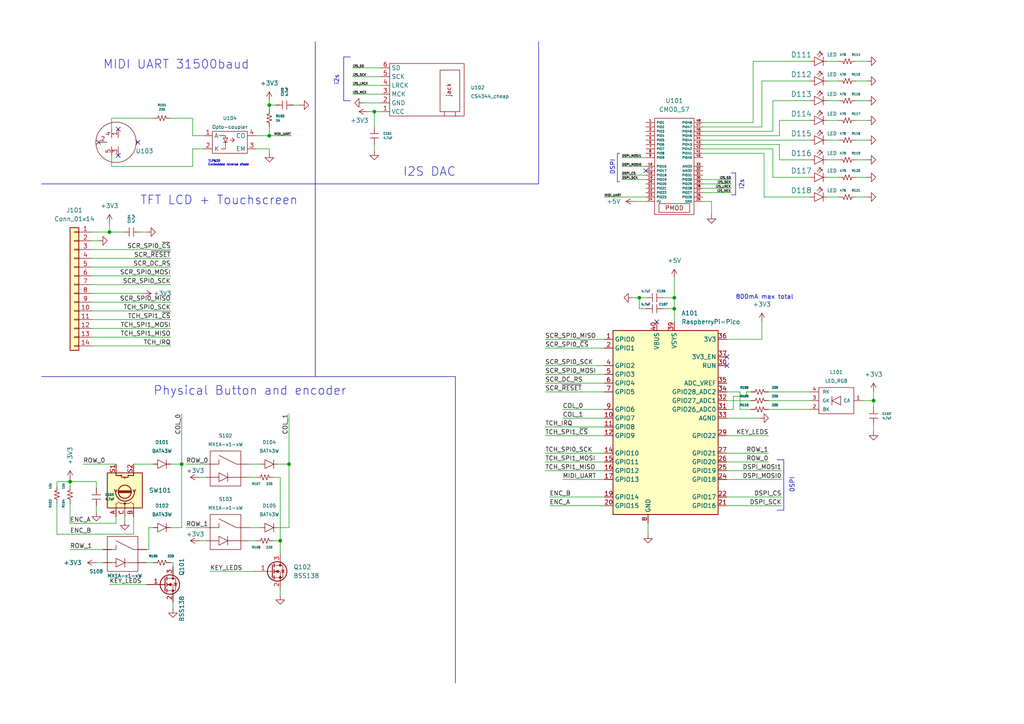
<source format=kicad_sch>
(kicad_sch (version 20230121) (generator eeschema)
  (paper "A4")
  (lib_symbols
    (symbol "CS4344_module:CS4344_cheap"
      (property "Reference" "U" (at 0 8.89 0))
      (property "Value" "CS4344_cheap" (at 0 11.43 0))
      (symbol "CS4344_cheap_0_0"
        (text "jack" (at 15.24 0 900) (effects (font (size 1.27 1.27))))
      )
      (symbol "CS4344_cheap_1_1"
        (pin power_in line (at -4.445 -6.35 0) (length 2.54) (name "VCC") (number "1"))
        (pin power_in line (at -4.445 -3.81 0) (length 2.54) (name "GND") (number "2"))
        (pin input line (at -4.445 -1.27 0) (length 2.54) (name "MCK") (number "3"))
        (pin input line (at -4.445 1.27 0) (length 2.54) (name "LRCK") (number "4"))
        (pin input line (at -4.445 3.81 0) (length 2.54) (name "SCK") (number "5"))
        (pin input line (at -4.445 6.35 0) (length 2.54) (name "SD") (number "6"))
      )
    )
    (symbol "Cherry_MX:MX1A-x1-xW" (pin_numbers hide) (pin_names (offset 1.016) hide)
      (property "Reference" "S" (at 0 7.62 0))
      (property "Value" "MX1A-x1-xW" (at 0 10.16 0))
      (symbol "MX1A-x1-xW_1_1"
        (pin passive line (at -6.35 2.54 0) (length 2.54) (name "1") (number "1"))
        (pin passive line (at 6.35 2.54 180) (length 2.54) (name "2") (number "2"))
        (pin passive line (at -6.35 -1.27 0) (length 2.54) (name "3") (number "3"))
        (pin passive line (at 6.35 -1.27 180) (length 2.54) (name "4") (number "4"))
      )
    )
    (symbol "Connector_Generic:Conn_01x14" (pin_names (offset 1.016) hide)
      (property "Reference" "J" (at 0 17.78 0))
      (property "Value" "Conn_01x14" (at 0 -20.32 0))
      (symbol "Conn_01x14_1_1"
        (pin passive line (at -5.08 15.24 0) (length 3.81) (name "Pin_1") (number "1"))
        (pin passive line (at -5.08 -7.62 0) (length 3.81) (name "Pin_10") (number "10"))
        (pin passive line (at -5.08 -10.16 0) (length 3.81) (name "Pin_11") (number "11"))
        (pin passive line (at -5.08 -12.7 0) (length 3.81) (name "Pin_12") (number "12"))
        (pin passive line (at -5.08 -15.24 0) (length 3.81) (name "Pin_13") (number "13"))
        (pin passive line (at -5.08 -17.78 0) (length 3.81) (name "Pin_14") (number "14"))
        (pin passive line (at -5.08 12.7 0) (length 3.81) (name "Pin_2") (number "2"))
        (pin passive line (at -5.08 10.16 0) (length 3.81) (name "Pin_3") (number "3"))
        (pin passive line (at -5.08 7.62 0) (length 3.81) (name "Pin_4") (number "4"))
        (pin passive line (at -5.08 5.08 0) (length 3.81) (name "Pin_5") (number "5"))
        (pin passive line (at -5.08 2.54 0) (length 3.81) (name "Pin_6") (number "6"))
        (pin passive line (at -5.08 0 0) (length 3.81) (name "Pin_7") (number "7"))
        (pin passive line (at -5.08 -2.54 0) (length 3.81) (name "Pin_8") (number "8"))
        (pin passive line (at -5.08 -5.08 0) (length 3.81) (name "Pin_9") (number "9"))
      )
    )
    (symbol "Device:RotaryEncoder_Switch" (pin_names (offset 0.254) hide)
      (property "Reference" "SW" (at 0 6.604 0))
      (property "Value" "RotaryEncoder_Switch" (at 0 -6.604 0))
      (symbol "RotaryEncoder_Switch_1_1"
        (pin passive line (at -7.62 2.54 0) (length 2.54) (name "A") (number "A"))
        (pin passive line (at -7.62 -2.54 0) (length 2.54) (name "B") (number "B"))
        (pin passive line (at -7.62 0 0) (length 2.54) (name "C") (number "C"))
        (pin passive line (at 7.62 2.54 180) (length 2.54) (name "S1") (number "S1"))
        (pin passive line (at 7.62 -2.54 180) (length 2.54) (name "S2") (number "S2"))
      )
    )
    (symbol "Digilent_CMOD:CMOD_S7"
      (property "Reference" "U" (at 0 0 0))
      (property "Value" "CMOD_S7" (at 0 13.97 0))
      (symbol "CMOD_S7_0_0"
        (text "PMOD" (at 0 -13.335 0) (effects (font (size 1.27 1.27))))
      )
      (symbol "CMOD_S7_1_1"
        (pin bidirectional line (at -8.255 11.43 0) (length 2.54) (name "PIO1") (number "1"))
        (pin bidirectional line (at -8.255 -1.27 0) (length 2.54) (name "PIO16") (number "16"))
        (pin bidirectional line (at -8.255 -2.54 0) (length 2.54) (name "PIO17") (number "17"))
        (pin bidirectional line (at -8.255 -3.81 0) (length 2.54) (name "PIO18") (number "18"))
        (pin bidirectional line (at -8.255 -5.08 0) (length 2.54) (name "PIO19") (number "19"))
        (pin bidirectional line (at -8.255 10.16 0) (length 2.54) (name "PIO2") (number "2"))
        (pin bidirectional line (at -8.255 -6.35 0) (length 2.54) (name "PIO20") (number "20"))
        (pin bidirectional line (at -8.255 -7.62 0) (length 2.54) (name "PIO21") (number "21"))
        (pin bidirectional line (at -8.255 -8.89 0) (length 2.54) (name "PIO22") (number "22"))
        (pin bidirectional line (at -8.255 -10.16 0) (length 2.54) (name "PIO23") (number "23"))
        (pin power_in line (at -8.255 -11.43 0) (length 2.54) (name "VU") (number "24"))
        (pin power_in line (at 8.255 -11.43 180) (length 2.54) (name "GND") (number "25"))
        (pin bidirectional line (at 8.255 -10.16 180) (length 2.54) (name "PIO26") (number "26"))
        (pin bidirectional line (at 8.255 -8.89 180) (length 2.54) (name "PIO27") (number "27"))
        (pin bidirectional line (at 8.255 -7.62 180) (length 2.54) (name "PIO28") (number "28"))
        (pin bidirectional line (at 8.255 -6.35 180) (length 2.54) (name "PIO29") (number "29"))
        (pin bidirectional line (at -8.255 8.89 0) (length 2.54) (name "PIO3") (number "3"))
        (pin bidirectional line (at 8.255 -5.08 180) (length 2.54) (name "PIO30") (number "30"))
        (pin bidirectional line (at 8.255 -3.81 180) (length 2.54) (name "PIO31") (number "31"))
        (pin input line (at 8.255 -2.54 180) (length 2.54) (name "AIN32") (number "32"))
        (pin input line (at 8.255 -1.27 180) (length 2.54) (name "AIN33") (number "33"))
        (pin bidirectional line (at -8.255 7.62 0) (length 2.54) (name "PIO4") (number "4"))
        (pin bidirectional line (at 8.255 1.27 180) (length 2.54) (name "PIO40") (number "40"))
        (pin bidirectional line (at 8.255 2.54 180) (length 2.54) (name "PIO41") (number "41"))
        (pin bidirectional line (at 8.255 3.81 180) (length 2.54) (name "PIO42") (number "42"))
        (pin bidirectional line (at 8.255 5.08 180) (length 2.54) (name "PIO43") (number "43"))
        (pin bidirectional line (at 8.255 6.35 180) (length 2.54) (name "PIO44") (number "44"))
        (pin bidirectional line (at 8.255 7.62 180) (length 2.54) (name "PIO45") (number "45"))
        (pin bidirectional line (at 8.255 8.89 180) (length 2.54) (name "PIO46") (number "46"))
        (pin bidirectional line (at 8.255 10.16 180) (length 2.54) (name "PIO47") (number "47"))
        (pin bidirectional line (at 8.255 11.43 180) (length 2.54) (name "PIO48") (number "48"))
        (pin bidirectional line (at -8.255 6.35 0) (length 2.54) (name "PIO5") (number "5"))
        (pin bidirectional line (at -8.255 5.08 0) (length 2.54) (name "PIO6") (number "6"))
        (pin bidirectional line (at -8.255 3.81 0) (length 2.54) (name "PIO7") (number "7"))
        (pin bidirectional line (at -8.255 2.54 0) (length 2.54) (name "PIO8") (number "8"))
        (pin bidirectional line (at -8.255 1.27 0) (length 2.54) (name "PIO9") (number "9"))
      )
    )
    (symbol "MCU_Module:RaspberryPi-Pico"
      (property "Reference" "A" (at 0 17.78 0))
      (property "Value" "RaspberryPi-Pico" (at 2.54 15.24 0))
      (symbol "RaspberryPi-Pico_1_1"
        (pin bidirectional line (at -17.78 25.4 0) (length 2.54) (name "GPIO0") (number "1"))
        (pin bidirectional line (at -17.78 2.54 0) (length 2.54) (name "GPIO7") (number "10"))
        (pin bidirectional line (at -17.78 0 0) (length 2.54) (name "GPIO8") (number "11"))
        (pin bidirectional line (at -17.78 -2.54 0) (length 2.54) (name "GPIO9") (number "12"))
        (pin passive line (at -5.08 -27.94 90) (length 2.54) hide (name "GND") (number "13"))
        (pin bidirectional line (at -17.78 -7.62 0) (length 2.54) (name "GPIO10") (number "14"))
        (pin bidirectional line (at -17.78 -10.16 0) (length 2.54) (name "GPIO11") (number "15"))
        (pin bidirectional line (at -17.78 -12.7 0) (length 2.54) (name "GPIO12") (number "16"))
        (pin bidirectional line (at -17.78 -15.24 0) (length 2.54) (name "GPIO13") (number "17"))
        (pin passive line (at -5.08 -27.94 90) (length 2.54) hide (name "GND") (number "18"))
        (pin bidirectional line (at -17.78 -20.32 0) (length 2.54) (name "GPIO14") (number "19"))
        (pin bidirectional line (at -17.78 22.86 0) (length 2.54) (name "GPIO1") (number "2"))
        (pin bidirectional line (at -17.78 -22.86 0) (length 2.54) (name "GPIO15") (number "20"))
        (pin bidirectional line (at 17.78 -22.86 180) (length 2.54) (name "GPIO16") (number "21"))
        (pin bidirectional line (at 17.78 -20.32 180) (length 2.54) (name "GPIO17") (number "22"))
        (pin passive line (at -5.08 -27.94 90) (length 2.54) hide (name "GND") (number "23"))
        (pin bidirectional line (at 17.78 -15.24 180) (length 2.54) (name "GPIO18") (number "24"))
        (pin bidirectional line (at 17.78 -12.7 180) (length 2.54) (name "GPIO19") (number "25"))
        (pin bidirectional line (at 17.78 -10.16 180) (length 2.54) (name "GPIO20") (number "26"))
        (pin bidirectional line (at 17.78 -7.62 180) (length 2.54) (name "GPIO21") (number "27"))
        (pin passive line (at -5.08 -27.94 90) (length 2.54) hide (name "GND") (number "28"))
        (pin bidirectional line (at 17.78 -2.54 180) (length 2.54) (name "GPIO22") (number "29"))
        (pin passive line (at -5.08 -27.94 90) (length 2.54) hide (name "GND") (number "3"))
        (pin input line (at 17.78 17.78 180) (length 2.54) (name "RUN") (number "30"))
        (pin bidirectional line (at 17.78 5.08 180) (length 2.54) (name "GPIO26_ADC0") (number "31"))
        (pin bidirectional line (at 17.78 7.62 180) (length 2.54) (name "GPIO27_ADC1") (number "32"))
        (pin power_in line (at 17.78 2.54 180) (length 2.54) (name "AGND") (number "33"))
        (pin bidirectional line (at 17.78 10.16 180) (length 2.54) (name "GPIO28_ADC2") (number "34"))
        (pin power_in line (at 17.78 12.7 180) (length 2.54) (name "ADC_VREF") (number "35"))
        (pin power_out line (at 17.78 25.4 180) (length 2.54) (name "3V3") (number "36"))
        (pin input line (at 17.78 20.32 180) (length 2.54) (name "3V3_EN") (number "37"))
        (pin passive line (at -5.08 -27.94 90) (length 2.54) hide (name "GND") (number "38"))
        (pin power_out line (at 2.54 30.48 270) (length 2.54) (name "VSYS") (number "39"))
        (pin bidirectional line (at -17.78 17.78 0) (length 2.54) (name "GPIO2") (number "4"))
        (pin power_out line (at -2.54 30.48 270) (length 2.54) (name "VBUS") (number "40"))
        (pin bidirectional line (at -17.78 15.24 0) (length 2.54) (name "GPIO3") (number "5"))
        (pin bidirectional line (at -17.78 12.7 0) (length 2.54) (name "GPIO4") (number "6"))
        (pin bidirectional line (at -17.78 10.16 0) (length 2.54) (name "GPIO5") (number "7"))
        (pin power_in line (at -5.08 -27.94 90) (length 2.54) (name "GND") (number "8"))
        (pin bidirectional line (at -17.78 5.08 0) (length 2.54) (name "GPIO6") (number "9"))
      )
    )
    (symbol "NMOS:BSS138" (pin_names (offset 0) hide)
      (property "Reference" "Q" (at 5.08 1.905 0))
      (property "Value" "BSS138" (at 5.08 0 0))
      (symbol "BSS138_1_1"
        (pin input line (at -5.08 0 0) (length 5.334) (name "G") (number "1"))
        (pin passive line (at 2.54 -5.08 90) (length 2.54) (name "S") (number "2"))
        (pin passive line (at 2.54 5.08 270) (length 2.54) (name "D") (number "3"))
      )
    )
    (symbol "midi:Lumberg_0105_05" (pin_names hide)
      (property "Reference" "U" (at 0 11.43 0))
      (property "Value" "Lumberg_0105_05" (at 0 13.97 0))
      (symbol "Lumberg_0105_05_1_1"
        (pin passive line (at 0 6.35 270) (length 0.5) (name "66") (number ""))
        (pin passive line (at -3.81 0.635 0) (length 2.54) (name "1") (number "1"))
        (pin passive line (at 0 -5.08 90) (length 2.54) (name "2") (number "2"))
        (pin passive line (at 3.81 0.635 180) (length 2.54) (name "3") (number "3"))
        (pin passive line (at -3.81 -1.27 0) (length 2.54) (name "4") (number "4"))
        (pin passive line (at 3.81 -1.27 180) (length 2.54) (name "5") (number "5"))
      )
    )
    (symbol "passives:CAP_0805" (pin_numbers hide) (pin_names (offset 0) hide)
      (property "Reference" "C" (at 0 -2.54 0))
      (property "Value" "CAP_0805" (at 0 1.905 0))
      (symbol "CAP_0805_1_1"
        (pin passive line (at -2.54 0 0) (length 1.27) (name "~") (number "1"))
        (pin passive line (at 2.54 0 180) (length 1.27) (name "~") (number "2"))
      )
    )
    (symbol "passives:DIODE" (pin_numbers hide) (pin_names (offset 0) hide)
      (property "Reference" "D" (at 8.255 0 0))
      (property "Value" "DIODE" (at 2.54 -2.54 0))
      (symbol "DIODE_1_1"
        (pin input line (at -2.54 0 0) (length 1.27) (name "A") (number "A"))
        (pin input line (at 2.54 0 180) (length 1.27) (name "K") (number "K"))
      )
    )
    (symbol "passives:LED" (pin_numbers hide) (pin_names (offset 0) hide)
      (property "Reference" "D" (at 8.255 0 0))
      (property "Value" "LED" (at 2.54 -2.54 0))
      (symbol "LED_1_1"
        (pin input line (at -2.54 0 0) (length 1.27) (name "A") (number "A"))
        (pin input line (at 2.54 0 180) (length 1.27) (name "K") (number "K"))
      )
    )
    (symbol "passives:LED_RGB" (pin_names (offset 1.016))
      (property "Reference" "L" (at 0 5.08 0))
      (property "Value" "LED_RGB" (at 0 6.35 0))
      (symbol "LED_RGB_1_1"
        (pin input line (at -7.62 0 0) (length 2.54) (name "CA") (number "1"))
        (pin input line (at 7.62 2.54 180) (length 2.54) (name "BK") (number "2"))
        (pin input line (at 7.62 0 180) (length 2.54) (name "GK") (number "3"))
        (pin input line (at 7.62 -2.54 180) (length 2.54) (name "RK") (number "4"))
      )
    )
    (symbol "passives:Opto-coupler"
      (property "Reference" "U" (at 0 4.445 0))
      (property "Value" "Opto-coupler" (at 0 4.445 0))
      (symbol "Opto-coupler_1_1"
        (pin input line (at -7.62 1.905 0) (length 2.54) (name "A") (number "1"))
        (pin input line (at -7.62 -1.905 0) (length 2.54) (name "K") (number "2"))
        (pin input line (at 7.62 -1.905 180) (length 2.54) (name "EM") (number "3"))
        (pin input line (at 7.62 1.905 180) (length 2.54) (name "CO") (number "4"))
      )
    )
    (symbol "passives:RES_0603" (pin_numbers hide) (pin_names (offset 0) hide)
      (property "Reference" "R" (at 0 -2.54 0))
      (property "Value" "RES_0603" (at 0 1.27 0))
      (symbol "RES_0603_1_1"
        (pin input line (at -2.54 0 0) (length 1.27) (name "1") (number "1"))
        (pin input line (at 2.54 0 180) (length 1.27) (name "2") (number "2"))
      )
    )
    (symbol "power:+3.3V" (power) (pin_names (offset 0))
      (property "Value" "+3.3V" (at 0 3.556 0))
      (symbol "+3.3V_1_1"
        (pin power_in line (at 0 0 90) (length 0) hide (name "+3V3") (number "1"))
      )
    )
    (symbol "power:+5V" (power) (pin_names (offset 0))
      (property "Value" "+5V" (at 0 3.556 0))
      (symbol "+5V_1_1"
        (pin power_in line (at 0 0 90) (length 0) hide (name "+5V") (number "1"))
      )
    )
    (symbol "power:GND" (power) (pin_names (offset 0))
      (property "Value" "GND" (at 0 -3.81 0))
      (symbol "GND_1_1"
        (pin power_in line (at 0 0 270) (length 0) hide (name "GND") (number "1"))
      )
    )
  )
  (junction (at 185.42 86.36))
  (junction (at 195.58 89.535))
  (junction (at 20.32 139.7))
  (junction (at 81.28 156.845))
  (junction (at 52.705 134.62))
  (junction (at 253.365 116.205))
  (junction (at 108.585 32.385))
  (junction (at 78.105 39.37))
  (junction (at 195.58 86.36))
  (junction (at 83.82 134.62))
  (junction (at 78.105 30.48))
  (junction (at 31.75 67.31))
  (no_connect (at 190.5 93.345))
  (no_connect (at 40.005 41.275))
  (no_connect (at 34.29 37.465))
  (no_connect (at 34.29 45.085))
  (no_connect (at 28.575 41.275))
  (no_connect (at 210.82 103.505))
  (no_connect (at 210.82 106.045))
  (no_connect (at 187.325 49.53))
  (wire (pts (xy 43.18 153.035) (xy 43.18 159.385)))
  (wire (pts (xy 180.34 52.07) (xy 187.325 52.07)))
  (wire (pts (xy 210.82 126.365) (xy 222.885 126.365)))
  (polyline (pts (xy 99.695 16.51) (xy 99.695 29.21)))
  (wire (pts (xy 53.975 153.035) (xy 59.69 153.035)))
  (wire (pts (xy 214.63 118.745) (xy 217.805 118.745)))
  (wire (pts (xy 26.67 69.85) (xy 28.575 69.85)))
  (wire (pts (xy 218.44 17.78) (xy 234.95 17.78)))
  (wire (pts (xy 187.96 151.765) (xy 187.96 154.94)))
  (wire (pts (xy 180.34 50.8) (xy 187.325 50.8)))
  (wire (pts (xy 55.88 48.26) (xy 55.88 43.18)))
  (wire (pts (xy 53.975 134.62) (xy 59.69 134.62)))
  (wire (pts (xy 180.34 45.72) (xy 187.325 45.72)))
  (wire (pts (xy 108.585 32.385) (xy 110.49 32.385)))
  (wire (pts (xy 85.09 30.48) (xy 86.995 30.48)))
  (wire (pts (xy 222.885 116.205) (xy 234.95 116.205)))
  (wire (pts (xy 163.195 121.285) (xy 175.26 121.285)))
  (wire (pts (xy 110.49 27.305) (xy 102.235 27.305)))
  (wire (pts (xy 78.105 39.37) (xy 84.455 39.37)))
  (wire (pts (xy 163.195 139.065) (xy 175.26 139.065)))
  (polyline (pts (xy 91.44 53.34) (xy 156.21 53.34)))
  (wire (pts (xy 33.655 149.86) (xy 33.655 151.765)))
  (wire (pts (xy 26.67 90.17) (xy 49.53 90.17)))
  (wire (pts (xy 79.375 138.43) (xy 81.28 138.43)))
  (wire (pts (xy 158.115 111.125) (xy 175.26 111.125)))
  (wire (pts (xy 26.67 97.79) (xy 49.53 97.79)))
  (wire (pts (xy 52.705 134.62) (xy 52.705 153.035)))
  (wire (pts (xy 83.82 120.015) (xy 83.82 134.62)))
  (wire (pts (xy 240.03 17.78) (xy 243.205 17.78)))
  (wire (pts (xy 248.285 29.21) (xy 251.46 29.21)))
  (wire (pts (xy 16.51 154.94) (xy 38.735 154.94)))
  (wire (pts (xy 16.51 140.97) (xy 16.51 139.7)))
  (wire (pts (xy 210.82 116.205) (xy 217.805 116.205)))
  (wire (pts (xy 26.67 72.39) (xy 49.53 72.39)))
  (wire (pts (xy 224.155 51.435) (xy 234.95 51.435)))
  (wire (pts (xy 175.26 146.685) (xy 159.385 146.685)))
  (wire (pts (xy 26.67 100.33) (xy 49.53 100.33)))
  (wire (pts (xy 248.285 17.78) (xy 251.46 17.78)))
  (wire (pts (xy 240.03 40.64) (xy 243.205 40.64)))
  (wire (pts (xy 106.68 32.385) (xy 108.585 32.385)))
  (wire (pts (xy 206.375 58.42) (xy 206.375 62.23)))
  (wire (pts (xy 74.295 43.18) (xy 78.105 43.18)))
  (wire (pts (xy 24.13 134.62) (xy 33.655 134.62)))
  (polyline (pts (xy 227.33 133.35) (xy 227.33 147.955)))
  (wire (pts (xy 57.785 156.845) (xy 59.69 156.845)))
  (wire (pts (xy 80.645 134.62) (xy 83.82 134.62)))
  (wire (pts (xy 158.115 100.965) (xy 175.26 100.965)))
  (wire (pts (xy 26.67 77.47) (xy 49.53 77.47)))
  (polyline (pts (xy 179.07 44.45) (xy 179.07 52.705)))
  (wire (pts (xy 203.835 54.61) (xy 212.09 54.61)))
  (wire (pts (xy 60.96 165.735) (xy 73.66 165.735)))
  (wire (pts (xy 210.82 98.425) (xy 220.98 98.425)))
  (wire (pts (xy 32.385 34.29) (xy 44.45 34.29)))
  (wire (pts (xy 78.105 39.37) (xy 78.105 36.83)))
  (wire (pts (xy 32.385 37.465) (xy 32.385 34.29)))
  (wire (pts (xy 110.49 19.685) (xy 102.235 19.685)))
  (wire (pts (xy 210.82 136.525) (xy 226.695 136.525)))
  (wire (pts (xy 203.835 35.56) (xy 218.44 35.56)))
  (wire (pts (xy 210.82 139.065) (xy 226.695 139.065)))
  (wire (pts (xy 78.105 43.18) (xy 78.105 44.45)))
  (wire (pts (xy 49.53 34.29) (xy 55.88 34.29)))
  (wire (pts (xy 158.115 113.665) (xy 175.26 113.665)))
  (wire (pts (xy 226.06 46.355) (xy 234.95 46.355)))
  (wire (pts (xy 224.155 43.18) (xy 224.155 51.435)))
  (wire (pts (xy 50.165 174.625) (xy 50.165 176.53)))
  (polyline (pts (xy 225.425 133.35) (xy 227.33 133.35)))
  (wire (pts (xy 31.75 67.31) (xy 31.75 64.77)))
  (wire (pts (xy 42.545 163.195) (xy 44.45 163.195)))
  (wire (pts (xy 253.365 123.19) (xy 253.365 125.095)))
  (wire (pts (xy 185.42 86.36) (xy 187.325 86.36)))
  (wire (pts (xy 49.53 134.62) (xy 52.705 134.62)))
  (wire (pts (xy 203.835 39.37) (xy 226.06 39.37)))
  (wire (pts (xy 226.06 34.925) (xy 234.95 34.925)))
  (wire (pts (xy 20.32 159.385) (xy 29.845 159.385)))
  (polyline (pts (xy 91.44 12.065) (xy 91.44 53.34)))
  (wire (pts (xy 184.15 58.42) (xy 187.325 58.42)))
  (wire (pts (xy 78.105 30.48) (xy 80.01 30.48)))
  (polyline (pts (xy 213.36 50.165) (xy 213.36 56.515)))
  (wire (pts (xy 108.585 41.91) (xy 108.585 43.815)))
  (wire (pts (xy 105.41 29.845) (xy 110.49 29.845)))
  (wire (pts (xy 203.835 53.34) (xy 212.09 53.34)))
  (wire (pts (xy 158.115 106.045) (xy 175.26 106.045)))
  (wire (pts (xy 203.835 52.07) (xy 212.09 52.07)))
  (wire (pts (xy 49.53 153.035) (xy 52.705 153.035)))
  (wire (pts (xy 163.195 118.745) (xy 175.26 118.745)))
  (wire (pts (xy 218.44 35.56) (xy 218.44 17.78)))
  (wire (pts (xy 250.19 116.205) (xy 253.365 116.205)))
  (wire (pts (xy 158.115 133.985) (xy 175.26 133.985)))
  (wire (pts (xy 158.115 136.525) (xy 175.26 136.525)))
  (wire (pts (xy 57.785 138.43) (xy 59.69 138.43)))
  (wire (pts (xy 222.885 113.665) (xy 234.95 113.665)))
  (polyline (pts (xy 101.6 16.51) (xy 99.695 16.51)))
  (wire (pts (xy 26.67 67.31) (xy 31.75 67.31)))
  (wire (pts (xy 195.58 80.645) (xy 195.58 86.36)))
  (wire (pts (xy 81.28 138.43) (xy 81.28 156.845)))
  (wire (pts (xy 240.03 51.435) (xy 243.205 51.435)))
  (wire (pts (xy 253.365 116.205) (xy 253.365 118.11)))
  (wire (pts (xy 81.28 156.845) (xy 81.28 160.655)))
  (polyline (pts (xy 212.09 56.515) (xy 213.36 56.515)))
  (wire (pts (xy 212.725 114.935) (xy 216.535 114.935)))
  (wire (pts (xy 40.64 67.31) (xy 42.545 67.31)))
  (wire (pts (xy 203.835 41.91) (xy 226.06 41.91)))
  (wire (pts (xy 36.195 149.86) (xy 36.195 151.13)))
  (wire (pts (xy 203.835 44.45) (xy 221.615 44.45)))
  (wire (pts (xy 55.88 43.18) (xy 59.055 43.18)))
  (wire (pts (xy 32.385 48.26) (xy 55.88 48.26)))
  (wire (pts (xy 192.405 89.535) (xy 195.58 89.535)))
  (wire (pts (xy 83.82 134.62) (xy 83.82 153.035)))
  (wire (pts (xy 79.375 156.845) (xy 81.28 156.845)))
  (wire (pts (xy 248.285 23.495) (xy 251.46 23.495)))
  (wire (pts (xy 158.115 126.365) (xy 175.26 126.365)))
  (wire (pts (xy 192.405 86.36) (xy 195.58 86.36)))
  (polyline (pts (xy 225.425 147.955) (xy 227.33 147.955)))
  (wire (pts (xy 210.82 146.685) (xy 226.695 146.685)))
  (wire (pts (xy 38.735 149.86) (xy 38.735 154.94)))
  (wire (pts (xy 158.115 123.825) (xy 175.26 123.825)))
  (wire (pts (xy 158.115 108.585) (xy 175.26 108.585)))
  (wire (pts (xy 248.285 40.64) (xy 251.46 40.64)))
  (wire (pts (xy 72.39 153.035) (xy 75.565 153.035)))
  (wire (pts (xy 26.67 87.63) (xy 49.53 87.63)))
  (wire (pts (xy 222.885 131.445) (xy 210.82 131.445)))
  (wire (pts (xy 16.51 139.7) (xy 20.32 139.7)))
  (wire (pts (xy 20.32 139.7) (xy 20.32 140.97)))
  (wire (pts (xy 222.885 133.985) (xy 210.82 133.985)))
  (wire (pts (xy 224.155 29.21) (xy 234.95 29.21)))
  (wire (pts (xy 212.725 118.745) (xy 212.725 114.935)))
  (wire (pts (xy 210.82 113.665) (xy 214.63 113.665)))
  (wire (pts (xy 108.585 32.385) (xy 108.585 36.83)))
  (wire (pts (xy 16.51 146.05) (xy 16.51 154.94)))
  (wire (pts (xy 26.67 95.25) (xy 49.53 95.25)))
  (polyline (pts (xy 91.44 53.34) (xy 91.44 109.22)))
  (wire (pts (xy 38.735 134.62) (xy 44.45 134.62)))
  (wire (pts (xy 185.42 89.535) (xy 185.42 86.36)))
  (wire (pts (xy 214.63 113.665) (xy 214.63 118.745)))
  (wire (pts (xy 248.285 57.15) (xy 251.46 57.15)))
  (wire (pts (xy 221.615 44.45) (xy 221.615 57.15)))
  (wire (pts (xy 158.115 98.425) (xy 175.26 98.425)))
  (wire (pts (xy 180.34 48.26) (xy 187.325 48.26)))
  (wire (pts (xy 49.53 163.195) (xy 50.165 163.195)))
  (wire (pts (xy 72.39 138.43) (xy 74.295 138.43)))
  (polyline (pts (xy 132.08 109.22) (xy 132.08 198.12)))
  (wire (pts (xy 210.82 144.145) (xy 226.695 144.145)))
  (wire (pts (xy 248.285 46.355) (xy 251.46 46.355)))
  (wire (pts (xy 240.03 23.495) (xy 243.205 23.495)))
  (polyline (pts (xy 12.065 53.34) (xy 91.44 53.34)))
  (wire (pts (xy 220.98 36.83) (xy 220.98 23.495)))
  (wire (pts (xy 203.835 43.18) (xy 224.155 43.18)))
  (wire (pts (xy 78.105 29.21) (xy 78.105 30.48)))
  (wire (pts (xy 203.835 36.83) (xy 220.98 36.83)))
  (wire (pts (xy 210.82 118.745) (xy 212.725 118.745)))
  (wire (pts (xy 110.49 24.765) (xy 102.235 24.765)))
  (wire (pts (xy 224.155 38.1) (xy 224.155 29.21)))
  (wire (pts (xy 203.835 55.88) (xy 212.09 55.88)))
  (wire (pts (xy 220.98 23.495) (xy 234.95 23.495)))
  (wire (pts (xy 80.645 153.035) (xy 83.82 153.035)))
  (wire (pts (xy 27.94 146.685) (xy 27.94 148.59)))
  (wire (pts (xy 195.58 89.535) (xy 195.58 93.345)))
  (wire (pts (xy 226.06 41.91) (xy 226.06 46.355)))
  (polyline (pts (xy 99.695 29.21) (xy 101.6 29.21)))
  (wire (pts (xy 26.67 80.01) (xy 49.53 80.01)))
  (polyline (pts (xy 156.21 12.065) (xy 156.21 53.34)))
  (wire (pts (xy 72.39 156.845) (xy 74.295 156.845)))
  (wire (pts (xy 216.535 113.665) (xy 217.805 113.665)))
  (wire (pts (xy 248.285 34.925) (xy 251.46 34.925)))
  (polyline (pts (xy 179.705 44.45) (xy 179.07 44.45)))
  (wire (pts (xy 203.835 38.1) (xy 224.155 38.1)))
  (wire (pts (xy 216.535 114.935) (xy 216.535 113.665)))
  (wire (pts (xy 43.18 153.035) (xy 44.45 153.035)))
  (wire (pts (xy 52.705 120.015) (xy 52.705 134.62)))
  (wire (pts (xy 31.75 67.31) (xy 35.56 67.31)))
  (wire (pts (xy 222.885 118.745) (xy 234.95 118.745)))
  (wire (pts (xy 221.615 57.15) (xy 234.95 57.15)))
  (wire (pts (xy 55.88 39.37) (xy 59.055 39.37)))
  (wire (pts (xy 240.03 46.355) (xy 243.205 46.355)))
  (wire (pts (xy 81.28 170.815) (xy 81.28 172.72)))
  (wire (pts (xy 248.285 51.435) (xy 251.46 51.435)))
  (polyline (pts (xy 212.09 50.165) (xy 213.36 50.165)))
  (wire (pts (xy 50.165 163.195) (xy 50.165 164.465)))
  (wire (pts (xy 78.105 30.48) (xy 78.105 31.75)))
  (wire (pts (xy 72.39 134.62) (xy 75.565 134.62)))
  (wire (pts (xy 240.03 29.21) (xy 243.205 29.21)))
  (wire (pts (xy 158.115 131.445) (xy 175.26 131.445)))
  (wire (pts (xy 195.58 86.36) (xy 195.58 89.535)))
  (wire (pts (xy 175.26 144.145) (xy 159.385 144.145)))
  (wire (pts (xy 110.49 22.225) (xy 102.235 22.225)))
  (wire (pts (xy 27.94 139.7) (xy 20.32 139.7)))
  (wire (pts (xy 27.94 141.605) (xy 27.94 139.7)))
  (wire (pts (xy 26.67 92.71) (xy 49.53 92.71)))
  (wire (pts (xy 220.98 98.425) (xy 220.98 93.345)))
  (wire (pts (xy 74.295 39.37) (xy 78.105 39.37)))
  (wire (pts (xy 203.835 58.42) (xy 206.375 58.42)))
  (wire (pts (xy 187.325 89.535) (xy 185.42 89.535)))
  (wire (pts (xy 31.75 169.545) (xy 42.545 169.545)))
  (wire (pts (xy 20.32 146.05) (xy 20.32 151.765)))
  (polyline (pts (xy 179.07 52.705) (xy 179.705 52.705)))
  (wire (pts (xy 26.67 74.93) (xy 49.53 74.93)))
  (polyline (pts (xy 12.065 109.22) (xy 132.08 109.22)))
  (wire (pts (xy 42.545 159.385) (xy 43.18 159.385)))
  (wire (pts (xy 253.365 116.205) (xy 253.365 113.665)))
  (wire (pts (xy 20.32 139.065) (xy 20.32 139.7)))
  (wire (pts (xy 20.32 151.765) (xy 33.655 151.765)))
  (wire (pts (xy 203.835 40.64) (xy 234.95 40.64)))
  (wire (pts (xy 27.94 163.195) (xy 29.845 163.195)))
  (wire (pts (xy 210.82 121.285) (xy 220.345 121.285)))
  (wire (pts (xy 32.385 45.085) (xy 32.385 48.26)))
  (wire (pts (xy 175.26 57.15) (xy 187.325 57.15)))
  (wire (pts (xy 26.67 85.09) (xy 41.275 85.09)))
  (wire (pts (xy 226.06 39.37) (xy 226.06 34.925)))
  (wire (pts (xy 55.88 34.29) (xy 55.88 39.37)))
  (wire (pts (xy 240.03 34.925) (xy 243.205 34.925)))
  (wire (pts (xy 185.42 86.36) (xy 183.515 86.36)))
  (wire (pts (xy 26.67 82.55) (xy 49.53 82.55)))
  (wire (pts (xy 240.03 57.15) (xy 243.205 57.15)))
  (text "MIDI UART 31500baud" (at 29.845 20.32 0) (effects (font (size 2.54 2.54)) (justify left bottom)))
  (text "DSPI" (at 178.435 50.8 90) (effects (font (size 1.27 1.27)) (justify left bottom)))
  (text "800mA max total" (at 213.36 86.995 0) (effects (font (size 1.27 1.27)) (justify left bottom)))
  (text "i2s" (at 98.425 24.765 90) (effects (font (size 1.27 1.27)) (justify left bottom)))
  (text "TLP620\nEmbedded reverse diode" (at 60.325 48.26 0) (effects (font (size 0.635 0.635)) (justify left bottom)))
  (text "i2s" (at 215.9 52.07 90) (effects (font (size 1.27 1.27)) (justify right bottom)))
  (text "I2S DAC" (at 116.84 51.435 0) (effects (font (size 2.54 2.54)) (justify left bottom)))
  (text "TFT LCD + Touchscreen" (at 40.64 59.69 0) (effects (font (size 2.54 2.54)) (justify left bottom)))
  (text "DSPI" (at 230.505 138.43 90) (effects (font (size 1.27 1.27)) (justify right bottom)))
  (text "Physical Button and encoder" (at 44.45 114.935 0) (effects (font (size 2.54 2.54)) (justify left bottom)))
  (label "ROW_0" (at 222.885 133.985 180))
  (label "MIDI_UART" (at 163.195 139.065 0))
  (label "ENC_A" (at 20.32 151.765 0))
  (label "COL_0" (at 163.195 118.745 0))
  (label "I2S_MCK" (at 102.235 27.305 0) (effects (font (size 0.635 0.635))))
  (label "DSPI_SCK" (at 180.34 52.07 0) (effects (font (size 0.635 0.635))))
  (label "I2S_MCK" (at 212.09 55.88 180) (effects (font (size 0.635 0.635))))
  (label "ENC_B" (at 159.385 144.145 0))
  (label "ROW_1" (at 222.885 131.445 180))
  (label "I2S_SCK" (at 102.235 22.225 0) (effects (font (size 0.635 0.635))))
  (label "SCR_SPI0_~{CS}" (at 49.53 72.39 180))
  (label "SCR_DC_RS" (at 49.53 77.47 180))
  (label "SCR_SPI0_MOSI" (at 158.115 108.585 0))
  (label "SCR_~{RESET}" (at 158.115 113.665 0))
  (label "TCH_SPI1_~{CS}" (at 49.53 92.71 180))
  (label "ENC_A" (at 159.385 146.685 0))
  (label "I2S_SCK" (at 212.09 53.34 180) (effects (font (size 0.635 0.635))))
  (label "ENC_B" (at 20.32 154.94 0))
  (label "ROW_0" (at 53.975 134.62 0))
  (label "KEY_LEDS" (at 31.75 169.545 0))
  (label "I2S_SD" (at 102.235 19.685 0) (effects (font (size 0.635 0.635))))
  (label "ROW_0" (at 24.13 134.62 0))
  (label "TCH_SPI1_~{CS}" (at 158.115 126.365 0))
  (label "SCR_DC_RS" (at 158.115 111.125 0))
  (label "COL_1" (at 83.82 120.015 270))
  (label "TCH_IRQ" (at 158.115 123.825 0))
  (label "DSPI_MOSI1" (at 180.34 45.72 0) (effects (font (size 0.635 0.635))))
  (label "MIDI_UART" (at 84.455 39.37 180) (effects (font (size 0.635 0.635))))
  (label "DSPI_CS" (at 180.34 50.8 0) (effects (font (size 0.635 0.635))))
  (label "TCH_SPI0_SCK" (at 158.115 131.445 0))
  (label "SCR_SPI0_~{CS}" (at 158.115 100.965 0))
  (label "DSPI_MOSI1" (at 226.695 136.525 180))
  (label "TCH_SPI1_MISO" (at 158.115 136.525 0))
  (label "ROW_1" (at 53.975 153.035 0))
  (label "TCH_SPI1_MOSI" (at 49.53 95.25 180))
  (label "SCR_SPI0_SCK" (at 158.115 106.045 0))
  (label "TCH_SPI1_MISO" (at 49.53 97.79 180))
  (label "KEY_LEDS" (at 60.96 165.735 0))
  (label "SCR_SPI0_MOSI" (at 49.53 80.01 180))
  (label "COL_0" (at 52.705 120.015 270))
  (label "MIDI_UART" (at 175.26 57.15 0) (effects (font (size 0.635 0.635))))
  (label "SCR_SPI0_SCK" (at 49.53 82.55 180))
  (label "TCH_SPI1_MOSI" (at 158.115 133.985 0))
  (label "DSPI_CS" (at 226.695 144.145 180))
  (label "COL_1" (at 163.195 121.285 0))
  (label "SCR_SPI0_MISO" (at 158.115 98.425 0))
  (label "DSPI_SCK" (at 226.695 146.685 180))
  (label "SCR_SPI0_MISO" (at 49.53 87.63 180))
  (label "I2S_SD" (at 212.09 52.07 180) (effects (font (size 0.635 0.635))))
  (label "I2S_LRCK" (at 102.235 24.765 0) (effects (font (size 0.635 0.635))))
  (label "KEY_LEDS" (at 222.885 126.365 180))
  (label "DSPI_MOSI0" (at 180.34 48.26 0) (effects (font (size 0.635 0.635))))
  (label "TCH_SPI0_SCK" (at 49.53 90.17 180))
  (label "TCH_IRQ" (at 49.53 100.33 180))
  (label "ROW_1" (at 20.32 159.385 0))
  (label "I2S_LRCK" (at 212.09 54.61 180) (effects (font (size 0.635 0.635))))
  (label "SCR_~{RESET}" (at 49.53 74.93 180))
  (label "DSPI_MOSI0" (at 226.695 139.065 180))
  (symbol (lib_id "passives:RES_0603") (at 16.51 143.51 90) (unit 1)
    (property "Reference" "R103" (at 14.605 146.05 0) (effects (font (size 0.635 0.635))))
    (property "Value" "10k" (at 14.605 140.97 0) (effects (font (size 0.635 0.635))))
    (property "Footprint" "SM0603" (effects hide))
  )
  (symbol (lib_id "CS4344_module:CS4344_cheap") (at 114.935 26.035 0) (unit 1)
    (property "Reference" "U102" (at 136.525 25.4 0) (effects (font (size 1 1)) (justify left)))
    (property "Value" "CS4344_cheap" (at 136.525 27.94 0) (effects (font (size 1 1)) (justify left)))
    (property "Footprint" "Connectors_254mm:pin_array_6x1" (effects hide))
  )
  (symbol (lib_id "passives:RES_0603") (at 20.32 143.51 90) (unit 1)
    (property "Reference" "R104" (at 18.415 146.05 0) (effects (font (size 0.635 0.635))))
    (property "Value" "10k" (at 18.415 140.97 0) (effects (font (size 0.635 0.635))))
    (property "Footprint" "SM0603" (effects hide))
  )
  (symbol (lib_id "passives:RES_0603") (at 245.745 46.355 180) (unit 1)
    (property "Reference" "R119" (at 248.285 44.45 0) (effects (font (size 0.635 0.635))))
    (property "Value" "470" (at 244.475 44.45 0) (effects (font (size 0.635 0.635))))
    (property "Footprint" "SM0603" (effects hide))
  )
  (symbol (lib_id "passives:CAP_0805") (at 189.865 86.36 0) (unit 1)
    (property "Reference" "C106" (at 191.77 84.455 0) (effects (font (size 0.635 0.635))))
    (property "Value" "4.7uF" (at 187.325 84.455 0) (effects (font (size 0.635 0.635))))
    (property "Footprint" "SM0805" (effects hide))
  )
  (symbol (lib_id "Cherry_MX:MX1A-x1-xW") (at 36.195 161.925 0) (unit 1)
    (property "Reference" "S108" (at 27.94 165.735 0) (effects (font (size 0.9906 0.9906))))
    (property "Value" "MX1A-x1-xW" (at 36.195 167.005 0) (effects (font (size 0.9906 0.9906))))
    (property "Footprint" "Cherry:MX1A-x1-xW" (effects hide))
    (property "Vendor" "FARNELL" (effects hide))
    (property "SKU" "2292961" (effects hide))
  )
  (symbol (lib_id "power:+3.3V") (at 78.105 29.21 0) (unit 1)
    (property "Reference" "#PWR0110" (effects hide))
    (property "Value" "+3.3V" (at 78.105 24.13 0))
  )
  (symbol (lib_id "power:+5V") (at 195.58 80.645 0) (unit 1)
    (property "Reference" "#PWR0102" (effects hide))
    (property "Value" "+5V" (at 195.58 75.565 0))
  )
  (symbol (lib_id "passives:CAP_0805") (at 27.94 144.145 90) (unit 1)
    (property "Reference" "C103" (at 30.48 143.51 90) (effects (font (size 0.635 0.635)) (justify right)))
    (property "Value" "4.7uF" (at 30.48 144.78 90) (effects (font (size 0.635 0.635)) (justify right)))
    (property "Footprint" "SM0805" (effects hide))
  )
  (symbol (lib_id "power:GND") (at 251.46 34.925 90) (unit 1)
    (property "Reference" "#PWR0135" (effects hide))
    (property "Value" "GND" (effects hide))
  )
  (symbol (lib_id "power:+3.3V") (at 27.94 163.195 90) (unit 1)
    (property "Reference" "#PWR0126" (effects hide))
    (property "Value" "+3.3V" (at 18.415 163.195 90) (effects (justify right)))
  )
  (symbol (lib_id "passives:LED") (at 237.49 17.78 0) (unit 1)
    (property "Reference" "D111" (at 232.41 15.875 0) (effects (font (size 1.524 1.524))))
    (property "Value" "LED" (at 241.3 15.875 0) (effects (font (size 0.9906 0.9906))))
    (property "Footprint" "General_SMD:LED-0603" (effects hide))
  )
  (symbol (lib_id "NMOS:BSS138") (at 47.625 169.545 0) (unit 1)
    (property "Reference" "Q101" (at 52.705 167.005 90) (effects (justify left)))
    (property "Value" "BSS138" (at 52.705 180.34 90) (effects (justify left)))
    (property "Footprint" "SOT:SOT-23" (effects hide))
  )
  (symbol (lib_id "power:GND") (at 108.585 43.815 0) (unit 1)
    (property "Reference" "#PWR0106" (effects hide))
    (property "Value" "GND" (effects hide))
  )
  (symbol (lib_id "passives:RES_0603") (at 220.345 116.205 0) (unit 1)
    (property "Reference" "R109" (at 215.9 114.935 0) (effects (font (size 0.635 0.635))))
    (property "Value" "220" (at 224.79 114.935 0) (effects (font (size 0.635 0.635))))
    (property "Footprint" "SM0603" (effects hide))
  )
  (symbol (lib_id "power:GND") (at 81.28 172.72 0) (unit 1)
    (property "Reference" "#PWR0123" (effects hide))
    (property "Value" "GND" (effects hide))
  )
  (symbol (lib_id "power:GND") (at 187.96 154.94 0) (unit 1)
    (property "Reference" "#PWR0101" (effects hide))
    (property "Value" "GND" (effects hide))
  )
  (symbol (lib_id "power:+3.3V") (at 31.75 64.77 0) (unit 1)
    (property "Reference" "#PWR0128" (effects hide))
    (property "Value" "+3.3V" (at 31.75 59.69 0))
  )
  (symbol (lib_id "passives:LED") (at 237.49 51.435 0) (unit 1)
    (property "Reference" "D117" (at 232.41 49.53 0) (effects (font (size 1.524 1.524))))
    (property "Value" "LED" (at 241.3 49.53 0) (effects (font (size 0.9906 0.9906))))
    (property "Footprint" "General_SMD:LED-0603" (effects hide))
  )
  (symbol (lib_id "passives:RES_0603") (at 76.835 138.43 0) (unit 1)
    (property "Reference" "R107" (at 74.295 140.335 0) (effects (font (size 0.635 0.635))))
    (property "Value" "220" (at 78.105 140.335 0) (effects (font (size 0.635 0.635))))
    (property "Footprint" "SM0603" (effects hide))
  )
  (symbol (lib_id "passives:LED_RGB") (at 242.57 116.205 180) (unit 1)
    (property "Reference" "L101" (at 242.57 107.95 0) (effects (font (size 0.9906 0.9906))))
    (property "Value" "LED_RGB" (at 242.57 110.49 0) (effects (font (size 0.9906 0.9906))))
    (property "Footprint" "Cree:CLMVC-FKA_RGBLED" (effects hide))
  )
  (symbol (lib_id "passives:CAP_0805") (at 82.55 30.48 180) (unit 1)
    (property "Reference" "C105" (at 81.915 27.94 90) (effects (font (size 0.635 0.635)) (justify right)))
    (property "Value" "4.7uF" (at 83.185 27.94 90) (effects (font (size 0.635 0.635)) (justify right)))
    (property "Footprint" "SM0805" (effects hide))
  )
  (symbol (lib_id "passives:LED") (at 237.49 40.64 0) (unit 1)
    (property "Reference" "D115" (at 232.41 38.735 0) (effects (font (size 1.524 1.524))))
    (property "Value" "LED" (at 241.3 38.735 0) (effects (font (size 0.9906 0.9906))))
    (property "Footprint" "General_SMD:LED-0603" (effects hide))
  )
  (symbol (lib_id "power:GND") (at 220.345 121.285 90) (unit 1)
    (property "Reference" "#PWR0111" (effects hide))
    (property "Value" "GND" (effects hide))
  )
  (symbol (lib_id "Cherry_MX:MX1A-x1-xW") (at 66.04 137.16 0) (unit 1)
    (property "Reference" "S102" (at 65.405 126.365 0) (effects (font (size 0.9906 0.9906))))
    (property "Value" "MX1A-x1-xW" (at 65.405 128.905 0) (effects (font (size 0.9906 0.9906))))
    (property "Footprint" "Cherry:MX1A-x1-xW" (effects hide))
    (property "Vendor" "FARNELL" (effects hide))
    (property "SKU" "2292961" (effects hide))
  )
  (symbol (lib_id "passives:RES_0603") (at 245.745 29.21 180) (unit 1)
    (property "Reference" "R116" (at 248.285 27.305 0) (effects (font (size 0.635 0.635))))
    (property "Value" "470" (at 244.475 27.305 0) (effects (font (size 0.635 0.635))))
    (property "Footprint" "SM0603" (effects hide))
  )
  (symbol (lib_id "passives:RES_0603") (at 245.745 40.64 180) (unit 1)
    (property "Reference" "R118" (at 248.285 38.735 0) (effects (font (size 0.635 0.635))))
    (property "Value" "470" (at 244.475 38.735 0) (effects (font (size 0.635 0.635))))
    (property "Footprint" "SM0603" (effects hide))
  )
  (symbol (lib_id "power:GND") (at 251.46 51.435 90) (unit 1)
    (property "Reference" "#PWR0131" (effects hide))
    (property "Value" "GND" (effects hide))
  )
  (symbol (lib_id "passives:LED") (at 237.49 46.355 0) (unit 1)
    (property "Reference" "D116" (at 232.41 44.45 0) (effects (font (size 1.524 1.524))))
    (property "Value" "LED" (at 241.3 44.45 0) (effects (font (size 0.9906 0.9906))))
    (property "Footprint" "General_SMD:LED-0603" (effects hide))
  )
  (symbol (lib_id "power:+3.3V") (at 106.68 32.385 90) (unit 1)
    (property "Reference" "#PWR0107" (effects hide))
    (property "Value" "+3.3V" (at 101.6 34.925 90) (effects (justify right)))
  )
  (symbol (lib_id "power:GND") (at 28.575 69.85 90) (unit 1)
    (property "Reference" "#PWR0129" (effects hide))
    (property "Value" "GND" (effects hide))
  )
  (symbol (lib_id "power:GND") (at 251.46 17.78 90) (unit 1)
    (property "Reference" "#PWR0137" (effects hide))
    (property "Value" "GND" (effects hide))
  )
  (symbol (lib_id "power:+3.3V") (at 41.275 85.09 270) (unit 1)
    (property "Reference" "#PWR0127" (effects hide))
    (property "Value" "+3.3V" (at 44.45 85.0899 90) (effects (justify left)))
  )
  (symbol (lib_id "power:GND") (at 42.545 67.31 90) (unit 1)
    (property "Reference" "#PWR0120" (effects hide))
    (property "Value" "GND" (effects hide))
  )
  (symbol (lib_id "passives:CAP_0805") (at 253.365 120.65 90) (unit 1)
    (property "Reference" "C102" (at 255.905 120.015 90) (effects (font (size 0.635 0.635)) (justify right)))
    (property "Value" "4.7uF" (at 255.905 121.285 90) (effects (font (size 0.635 0.635)) (justify right)))
    (property "Footprint" "SM0805" (effects hide))
  )
  (symbol (lib_id "power:GND") (at 78.105 44.45 0) (unit 1)
    (property "Reference" "#PWR0109" (effects hide))
    (property "Value" "GND" (effects hide))
  )
  (symbol (lib_id "passives:RES_0603") (at 76.835 156.845 0) (unit 1)
    (property "Reference" "R108" (at 74.295 158.75 0) (effects (font (size 0.635 0.635))))
    (property "Value" "220" (at 78.105 158.75 0) (effects (font (size 0.635 0.635))))
    (property "Footprint" "SM0603" (effects hide))
  )
  (symbol (lib_id "power:GND") (at 251.46 40.64 90) (unit 1)
    (property "Reference" "#PWR0134" (effects hide))
    (property "Value" "GND" (effects hide))
  )
  (symbol (lib_id "passives:RES_0603") (at 245.745 34.925 180) (unit 1)
    (property "Reference" "R117" (at 248.285 33.02 0) (effects (font (size 0.635 0.635))))
    (property "Value" "470" (at 244.475 33.02 0) (effects (font (size 0.635 0.635))))
    (property "Footprint" "SM0603" (effects hide))
  )
  (symbol (lib_id "passives:DIODE") (at 46.99 134.62 0) (unit 1)
    (property "Reference" "D101" (at 46.99 128.27 0) (effects (font (size 0.9906 0.9906))))
    (property "Value" "BAT43W" (at 46.99 130.81 0) (effects (font (size 0.9906 0.9906))))
    (property "Footprint" "General_SMD:SOD-123" (effects hide))
  )
  (symbol (lib_id "MCU_Module:RaspberryPi-Pico") (at 193.04 123.825 0) (unit 1)
    (property "Reference" "A101" (at 197.5994 90.805 0) (effects (justify left)))
    (property "Value" "RaspberryPi-Pico" (at 197.5994 93.345 0) (effects (justify left)))
    (property "Footprint" "Module:Raspberry_Pi_Pico_THT" (effects hide))
    (property "Datasheet" "https://datasheets.raspberrypi.com/pico/pico-datasheet.pdf" (effects hide))
  )
  (symbol (lib_id "power:GND") (at 86.995 30.48 90) (unit 1)
    (property "Reference" "#PWR0118" (effects hide))
    (property "Value" "GND" (effects hide))
  )
  (symbol (lib_id "passives:DIODE") (at 78.105 153.035 0) (unit 1)
    (property "Reference" "D105" (at 78.105 146.685 0) (effects (font (size 0.9906 0.9906))))
    (property "Value" "BAT43W" (at 78.105 149.225 0) (effects (font (size 0.9906 0.9906))))
    (property "Footprint" "General_SMD:SOD-123" (effects hide))
  )
  (symbol (lib_id "power:+3.3V") (at 57.785 138.43 90) (unit 1)
    (property "Reference" "#PWR0117" (effects hide))
    (property "Value" "+3.3V" (at 53.975 136.525 90) (effects (justify right)))
  )
  (symbol (lib_id "midi:Lumberg_0105_05") (at 33.655 41.275 270) (unit 1)
    (property "Reference" "U103" (at 41.91 43.815 90))
    (property "Value" "Lumberg_0105_05" (effects hide))
    (property "Footprint" "Connectors_Lumberg:Lumberg_010505" (effects hide))
    (property "Vendor" "TME" (effects hide))
    (property "SKU" "0105-05" (effects hide))
  )
  (symbol (lib_id "power:GND") (at 251.46 29.21 90) (unit 1)
    (property "Reference" "#PWR0133" (effects hide))
    (property "Value" "GND" (effects hide))
  )
  (symbol (lib_id "power:GND") (at 36.195 151.13 0) (unit 1)
    (property "Reference" "#PWR0112" (effects hide))
    (property "Value" "GND" (effects hide))
  )
  (symbol (lib_id "power:GND") (at 50.165 176.53 0) (unit 1)
    (property "Reference" "#PWR0115" (effects hide))
    (property "Value" "GND" (effects hide))
  )
  (symbol (lib_id "power:+5V") (at 184.15 58.42 90) (unit 1)
    (property "Reference" "#PWR0104" (effects hide))
    (property "Value" "+5V" (at 175.895 58.42 90) (effects (justify right)))
  )
  (symbol (lib_id "passives:LED") (at 237.49 29.21 0) (unit 1)
    (property "Reference" "D113" (at 232.41 27.305 0) (effects (font (size 1.524 1.524))))
    (property "Value" "LED" (at 241.3 27.305 0) (effects (font (size 0.9906 0.9906))))
    (property "Footprint" "General_SMD:LED-0603" (effects hide))
  )
  (symbol (lib_id "passives:RES_0603") (at 46.99 34.29 0) (unit 1)
    (property "Reference" "R101" (at 46.99 30.48 0) (effects (font (size 0.635 0.635))))
    (property "Value" "220" (at 46.99 31.75 0) (effects (font (size 0.635 0.635))))
    (property "Footprint" "SM0603" (effects hide))
  )
  (symbol (lib_id "power:GND") (at 206.375 62.23 0) (unit 1)
    (property "Reference" "#PWR0105" (effects hide))
    (property "Value" "GND" (effects hide))
  )
  (symbol (lib_id "Cherry_MX:MX1A-x1-xW") (at 66.04 155.575 0) (unit 1)
    (property "Reference" "S103" (at 65.405 144.78 0) (effects (font (size 0.9906 0.9906))))
    (property "Value" "MX1A-x1-xW" (at 65.405 147.32 0) (effects (font (size 0.9906 0.9906))))
    (property "Footprint" "Cherry:MX1A-x1-xW" (effects hide))
    (property "Vendor" "FARNELL" (effects hide))
    (property "SKU" "2292961" (effects hide))
  )
  (symbol (lib_id "passives:RES_0603") (at 220.345 118.745 0) (unit 1)
    (property "Reference" "R110" (at 215.9 117.475 0) (effects (font (size 0.635 0.635))))
    (property "Value" "220" (at 224.79 117.475 0) (effects (font (size 0.635 0.635))))
    (property "Footprint" "SM0603" (effects hide))
  )
  (symbol (lib_id "Device:RotaryEncoder_Switch") (at 36.195 142.24 90) (unit 1)
    (property "Reference" "SW101" (at 43.18 142.2399 90) (effects (justify right)))
    (property "Value" "RotaryEncoder_Switch" (effects hide))
    (property "Footprint" "Rotary_Encoder:RotaryEncoder_Alps_EC12E-Switch_Vertical_H20mm_CircularMountingHoles" (effects hide))
  )
  (symbol (lib_id "passives:CAP_0805") (at 108.585 39.37 90) (unit 1)
    (property "Reference" "C101" (at 111.125 38.735 90) (effects (font (size 0.635 0.635)) (justify right)))
    (property "Value" "4.7uF" (at 111.125 40.005 90) (effects (font (size 0.635 0.635)) (justify right)))
    (property "Footprint" "SM0805" (effects hide))
  )
  (symbol (lib_id "passives:RES_0603") (at 245.745 17.78 180) (unit 1)
    (property "Reference" "R114" (at 248.285 15.875 0) (effects (font (size 0.635 0.635))))
    (property "Value" "470" (at 244.475 15.875 0) (effects (font (size 0.635 0.635))))
    (property "Footprint" "SM0603" (effects hide))
  )
  (symbol (lib_id "power:+3.3V") (at 253.365 113.665 0) (unit 1)
    (property "Reference" "#PWR0114" (effects hide))
    (property "Value" "+3.3V" (at 253.365 108.585 0))
  )
  (symbol (lib_id "power:GND") (at 251.46 23.495 90) (unit 1)
    (property "Reference" "#PWR0136" (effects hide))
    (property "Value" "GND" (effects hide))
  )
  (symbol (lib_id "passives:RES_0603") (at 245.745 51.435 180) (unit 1)
    (property "Reference" "R120" (at 248.285 49.53 0) (effects (font (size 0.635 0.635))))
    (property "Value" "470" (at 244.475 49.53 0) (effects (font (size 0.635 0.635))))
    (property "Footprint" "SM0603" (effects hide))
  )
  (symbol (lib_id "power:+3.3V") (at 220.98 93.345 0) (unit 1)
    (property "Reference" "#PWR0103" (effects hide))
    (property "Value" "+3.3V" (at 220.98 88.265 0))
  )
  (symbol (lib_id "power:GND") (at 251.46 57.15 90) (unit 1)
    (property "Reference" "#PWR0132" (effects hide))
    (property "Value" "GND" (effects hide))
  )
  (symbol (lib_id "power:GND") (at 251.46 46.355 90) (unit 1)
    (property "Reference" "#PWR0130" (effects hide))
    (property "Value" "GND" (effects hide))
  )
  (symbol (lib_id "passives:RES_0603") (at 46.99 163.195 0) (unit 1)
    (property "Reference" "R105" (at 44.45 161.29 0) (effects (font (size 0.635 0.635))))
    (property "Value" "220" (at 49.53 161.29 0) (effects (font (size 0.635 0.635))))
    (property "Footprint" "SM0603" (effects hide))
  )
  (symbol (lib_id "NMOS:BSS138") (at 78.74 165.735 0) (unit 1)
    (property "Reference" "Q102" (at 85.09 164.4649 0) (effects (justify left)))
    (property "Value" "BSS138" (at 85.09 167.0049 0) (effects (justify left)))
    (property "Footprint" "SOT:SOT-23" (effects hide))
  )
  (symbol (lib_id "power:+3.3V") (at 20.32 139.065 0) (unit 1)
    (property "Reference" "#PWR0119" (effects hide))
    (property "Value" "+3.3V" (at 20.32 129.54 90) (effects (justify right)))
  )
  (symbol (lib_id "passives:CAP_0805") (at 38.1 67.31 180) (unit 1)
    (property "Reference" "C104" (at 37.465 64.77 90) (effects (font (size 0.635 0.635)) (justify right)))
    (property "Value" "4.7uF" (at 38.735 64.77 90) (effects (font (size 0.635 0.635)) (justify right)))
    (property "Footprint" "SM0805" (effects hide))
  )
  (symbol (lib_id "power:GND") (at 183.515 86.36 270) (unit 1)
    (property "Reference" "#PWR0122" (effects hide))
    (property "Value" "GND" (effects hide))
  )
  (symbol (lib_id "passives:RES_0603") (at 78.105 34.29 90) (unit 1)
    (property "Reference" "R102" (at 80.01 33.655 90) (effects (font (size 0.635 0.635)) (justify right)))
    (property "Value" "1k" (at 80.01 34.925 90) (effects (font (size 0.635 0.635)) (justify right)))
    (property "Footprint" "SM0603" (effects hide))
  )
  (symbol (lib_id "power:GND") (at 27.94 148.59 0) (unit 1)
    (property "Reference" "#PWR0121" (effects hide))
    (property "Value" "GND" (effects hide))
  )
  (symbol (lib_id "passives:LED") (at 237.49 34.925 0) (unit 1)
    (property "Reference" "D114" (at 232.41 33.02 0) (effects (font (size 1.524 1.524))))
    (property "Value" "LED" (at 241.3 33.02 0) (effects (font (size 0.9906 0.9906))))
    (property "Footprint" "General_SMD:LED-0603" (effects hide))
  )
  (symbol (lib_id "passives:RES_0603") (at 245.745 57.15 180) (unit 1)
    (property "Reference" "R121" (at 248.285 55.245 0) (effects (font (size 0.635 0.635))))
    (property "Value" "470" (at 244.475 55.245 0) (effects (font (size 0.635 0.635))))
    (property "Footprint" "SM0603" (effects hide))
  )
  (symbol (lib_id "passives:DIODE") (at 46.99 153.035 0) (unit 1)
    (property "Reference" "D102" (at 46.99 146.685 0) (effects (font (size 0.9906 0.9906))))
    (property "Value" "BAT43W" (at 46.99 149.225 0) (effects (font (size 0.9906 0.9906))))
    (property "Footprint" "General_SMD:SOD-123" (effects hide))
  )
  (symbol (lib_id "passives:RES_0603") (at 245.745 23.495 180) (unit 1)
    (property "Reference" "R115" (at 248.285 21.59 0) (effects (font (size 0.635 0.635))))
    (property "Value" "470" (at 244.475 21.59 0) (effects (font (size 0.635 0.635))))
    (property "Footprint" "SM0603" (effects hide))
  )
  (symbol (lib_id "Digilent_CMOD:CMOD_S7") (at 195.58 46.99 0) (unit 1)
    (property "Reference" "U101" (at 195.58 29.21 0))
    (property "Value" "CMOD_S7" (at 195.58 31.75 0))
    (property "Footprint" "Xilinx:MOD_CMOD_S7" (effects hide))
  )
  (symbol (lib_id "passives:CAP_0805") (at 189.865 89.535 0) (unit 1)
    (property "Reference" "C107" (at 192.405 88.265 0) (effects (font (size 0.635 0.635))))
    (property "Value" "4.7uF" (at 187.325 88.265 0) (effects (font (size 0.635 0.635))))
    (property "Footprint" "SM0805" (effects hide))
  )
  (symbol (lib_id "passives:DIODE") (at 78.105 134.62 0) (unit 1)
    (property "Reference" "D104" (at 78.105 128.27 0) (effects (font (size 0.9906 0.9906))))
    (property "Value" "BAT43W" (at 78.105 130.81 0) (effects (font (size 0.9906 0.9906))))
    (property "Footprint" "General_SMD:SOD-123" (effects hide))
  )
  (symbol (lib_id "passives:LED") (at 237.49 23.495 0) (unit 1)
    (property "Reference" "D112" (at 232.41 21.59 0) (effects (font (size 1.524 1.524))))
    (property "Value" "LED" (at 241.3 21.59 0) (effects (font (size 0.9906 0.9906))))
    (property "Footprint" "General_SMD:LED-0603" (effects hide))
  )
  (symbol (lib_id "passives:Opto-coupler") (at 66.675 41.275 0) (unit 1)
    (property "Reference" "U104" (at 66.675 34.29 0) (effects (font (size 1 1))))
    (property "Value" "Opto-coupler" (at 66.675 36.83 0) (effects (font (size 1 1))))
    (property "Footprint" "Optocoupler:TLP620" (effects hide))
  )
  (symbol (lib_id "passives:LED") (at 237.49 57.15 0) (unit 1)
    (property "Reference" "D118" (at 232.41 55.245 0) (effects (font (size 1.524 1.524))))
    (property "Value" "LED" (at 241.3 55.245 0) (effects (font (size 0.9906 0.9906))))
    (property "Footprint" "General_SMD:LED-0603" (effects hide))
  )
  (symbol (lib_id "passives:RES_0603") (at 220.345 113.665 0) (unit 1)
    (property "Reference" "R106" (at 215.9 112.395 0) (effects (font (size 0.635 0.635))))
    (property "Value" "220" (at 224.79 112.395 0) (effects (font (size 0.635 0.635))))
    (property "Footprint" "SM0603" (effects hide))
  )
  (symbol (lib_id "power:GND") (at 253.365 125.095 0) (unit 1)
    (property "Reference" "#PWR0113" (effects hide))
    (property "Value" "GND" (effects hide))
  )
  (symbol (lib_id "power:GND") (at 105.41 29.845 270) (unit 1)
    (property "Reference" "#PWR0108" (effects hide))
    (property "Value" "GND" (effects hide))
  )
  (symbol (lib_id "power:+3.3V") (at 57.785 156.845 90) (unit 1)
    (property "Reference" "#PWR0116" (effects hide))
    (property "Value" "+3.3V" (at 53.975 154.94 90) (effects (justify right)))
  )
  (symbol (lib_id "Connector_Generic:Conn_01x14") (at 21.59 82.55 0) (mirror y) (unit 1)
    (property "Reference" "J101" (at 21.59 60.96 0))
    (property "Value" "Conn_01x14" (at 21.59 63.5 0))
    (property "Footprint" "Screens:ILI9341_MSP2807" (effects hide))
  )
)
</source>
